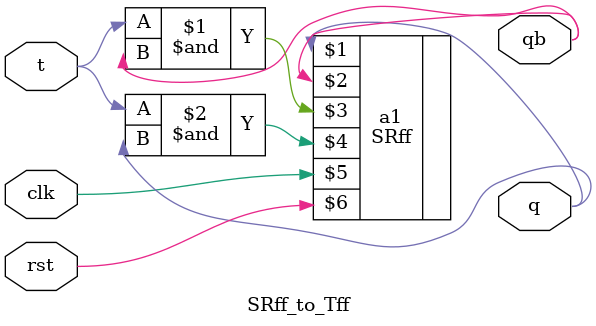
<source format=v>
`timescale 1ns / 1ps
module SRff_to_Tff(q,qb,t,clk,rst);
input t;
input clk,rst;
output wire q,qb;
SRff a1(q,qb,t&qb,t&q,clk,rst);
endmodule

</source>
